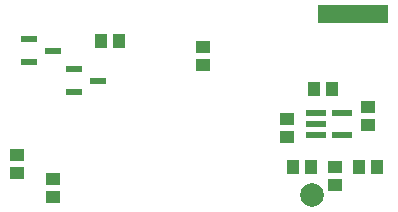
<source format=gbr>
G04 #@! TF.GenerationSoftware,KiCad,Pcbnew,5.1.5+dfsg1-2build2*
G04 #@! TF.CreationDate,2022-03-31T21:51:16+01:00*
G04 #@! TF.ProjectId,throwie,7468726f-7769-4652-9e6b-696361645f70,rev?*
G04 #@! TF.SameCoordinates,Original*
G04 #@! TF.FileFunction,Paste,Bot*
G04 #@! TF.FilePolarity,Positive*
%FSLAX46Y46*%
G04 Gerber Fmt 4.6, Leading zero omitted, Abs format (unit mm)*
G04 Created by KiCad (PCBNEW 5.1.5+dfsg1-2build2) date 2022-03-31 21:51:16*
%MOMM*%
%LPD*%
G04 APERTURE LIST*
%ADD10R,1.800000X0.550000*%
%ADD11C,2.000000*%
%ADD12R,6.000000X1.500000*%
%ADD13R,1.100000X1.300000*%
%ADD14R,1.300000X1.100000*%
%ADD15R,1.400000X0.600000*%
G04 APERTURE END LIST*
D10*
X47877120Y-155834160D03*
X47877120Y-154884160D03*
X47877120Y-153934160D03*
X50077120Y-153934160D03*
X50077120Y-155834160D03*
D11*
X47543720Y-160883600D03*
D12*
X51054000Y-145542000D03*
D13*
X47776000Y-151892000D03*
X49276000Y-151892000D03*
D14*
X25654000Y-161012000D03*
X25654000Y-159512000D03*
D13*
X53062000Y-158496000D03*
X51562000Y-158496000D03*
X47498000Y-158496000D03*
X45998000Y-158496000D03*
D14*
X22606000Y-159004000D03*
X22606000Y-157504000D03*
D15*
X25642000Y-148656000D03*
X23622000Y-147706000D03*
X23622000Y-149606000D03*
X29452000Y-151196000D03*
X27432000Y-152146000D03*
X27432000Y-150246000D03*
D14*
X49530000Y-159996000D03*
X49530000Y-158496000D03*
D13*
X29742000Y-147828000D03*
X31242000Y-147828000D03*
D14*
X38354000Y-148360000D03*
X38354000Y-149860000D03*
X52324000Y-154940000D03*
X52324000Y-153440000D03*
X45466000Y-154456000D03*
X45466000Y-155956000D03*
M02*

</source>
